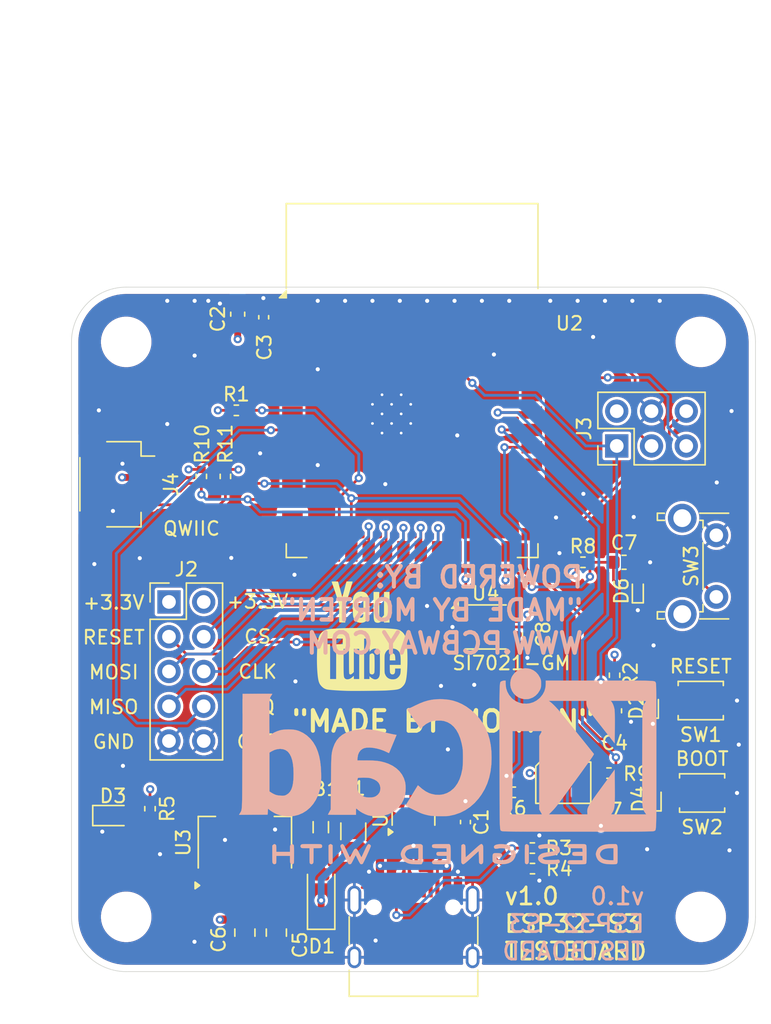
<source format=kicad_pcb>
(kicad_pcb (version 20241229) (generator "pcbnew") (generator_version "9.0")
  (layers (0 "F.Cu" signal) (4 "In1.Cu" signal) (6 "In2.Cu" signal) (2 "B.Cu" signal) (13 "F.Paste" user) (15 "B.Paste" user) (5 "F.SilkS" user "F.Silkscreen") (7 "B.SilkS" user "B.Silkscreen") (1 "F.Mask" user) (3 "B.Mask" user) (25 "Edge.Cuts" user))
  (net 0 "")
  (net 1 "+5V")
  (net 2 "GND")
  (net 3 "+3V3")
  (net 4 "/ESP_EN")
  (net 5 "/USER_SW")
  (net 6 "Net-(D1-A)")
  (net 7 "Net-(D3-A)")
  (net 8 "/ESP_IO0")
  (net 9 "Net-(D5-BK)")
  (net 10 "Net-(D5-GK)")
  (net 11 "Net-(D5-RK)")
  (net 12 "Net-(F1-Pad2)")
  (net 13 "Net-(F1-Pad1)")
  (net 14 "/D+")
  (net 15 "/D-")
  (net 16 "/CC2")
  (net 17 "/CC1")
  (net 20 "/RESET")
  (net 21 "/MISO")
  (net 22 "/CS")
  (net 23 "/IRQ")
  (net 24 "/MOSI")
  (net 25 "/CLK")
  (net 26 "/ESP_TXD")
  (net 27 "/ESP_RXD")
  (net 28 "/SDA")
  (net 29 "/SCL")
  (net 30 "Net-(U2-GPIO3)")
  (net 31 "/R_LED")
  (net 32 "/G_LED")
  (net 33 "/B_LED")
  (net 34 "/USB_D+")
  (net 35 "/USB_D-")
  (footprint "Button_Switch_SMD:SW_SPST_B3U-1000P" (layer "F.Cu") (at 159 117.2 180)
    (property "Reference" "SW1")
    (property "Value" "RESET")
  )
  (footprint "Package_TO_SOT_SMD:SOT-223-3_TabPin2" (layer "F.Cu") (at 125.675 127.575 90)
    (property "Reference" "U3")
    (property "Value" "LM1117-3.3")
  )
  (footprint "Capacitor_SMD:C_0805_2012Metric" (layer "F.Cu") (at 127.975 134.15 -90)
    (property "Reference" "C5")
    (property "Value" "22u")
  )
  (footprint "Capacitor_SMD:C_0805_2012Metric" (layer "F.Cu") (at 125.675 134.15 -90)
    (property "Reference" "C6")
    (property "Value" "22u")
  )
  (footprint "Capacitor_SMD:C_0603_1608Metric" (layer "F.Cu") (at 153.395 107.1)
    (property "Reference" "C7")
    (property "Value" "1u")
  )
  (footprint "Morten_Library:SW_Tactile_SPST_Angled_PTS645Vx31-2LFS" (layer "F.Cu") (at 160.1375 105.125 -90)
    (property "Reference" "SW3")
    (property "Value" "USER_SW")
  )
  (footprint "Connector_JST:JST_SH_SM04B-SRSS-TB_1x04-1MP_P1.00mm_Horizontal" (layer "F.Cu") (at 116.3 101.4 -90)
    (property "Reference" "J4")
    (property "Value" "Conn_01x04")
  )
  (footprint "Button_Switch_SMD:SW_SPST_B3U-1000P" (layer "F.Cu") (at 159.1 123.95 180)
    (property "Reference" "SW2")
    (property "Value" "BOOT")
  )
  (footprint "Capacitor_SMD:C_0603_1608Metric" (layer "F.Cu") (at 125.15 88.975 90)
    (property "Reference" "C2")
    (property "Value" "10u")
  )
  (footprint "morten_90_footprints:logo_youtube" (layer "F.Cu") (at 134.25 112.5)
    (property "Reference" "G***" (hide yes))
    (property "Value" "LOGO" (hide yes))
  )
  (footprint "MountingHole:MountingHole_3.2mm_M3" (layer "F.Cu") (at 117 91)
    (property "Reference" "H1" (hide yes))
    (property "Value" "MountingHole")
  )
  (footprint "Diode_SMD:D_SOD-123" (layer "F.Cu") (at 131.25 131.55 90)
    (property "Reference" "D1")
    (property "Value" "1N5817")
  )
  (footprint "LED_SMD:LED_Cree-PLCC4_3.2x2.8mm_CCW" (layer "F.Cu") (at 148.95 123.2)
    (property "Reference" "D5")
    (property "Value" "CLV1L-FKB")
  )
  (footprint "Resistor_SMD:R_0402_1005Metric" (layer "F.Cu") (at 152.3 123.9)
    (property "Reference" "R7")
    (property "Value" "1K")
  )
  (footprint "Diode_SMD:D_SOD-923" (layer "F.Cu") (at 155.5 117.6275 90)
    (property "Reference" "D2")
    (property "Value" "ESD3.3")
  )
  (footprint "Connector_PinHeader_2.54mm:PinHeader_2x05_P2.54mm_Vertical" (layer "F.Cu") (at 120.125 109.995)
    (property "Reference" "J2")
    (property "Value" "Pin_2x5")
  )
  (footprint "Resistor_SMD:R_0402_1005Metric" (layer "F.Cu") (at 122.49 100.825 -90)
    (property "Reference" "R10")
    (property "Value" "2K2")
  )
  (footprint "LED_SMD:LED_0603_1608Metric" (layer "F.Cu") (at 116.0375 125.6)
    (property "Reference" "D3")
    (property "Value" "GREEN")
  )
  (footprint "Resistor_SMD:R_0402_1005Metric" (layer "F.Cu") (at 124.25 100.825 -90)
    (property "Reference" "R11")
    (property "Value" "2K2")
  )
  (footprint "Resistor_SMD:R_0402_1005Metric" (layer "F.Cu") (at 145.3 123.9 180)
    (property "Reference" "R6")
    (property "Value" "1K")
  )
  (footprint "Package_TO_SOT_SMD:SOT-23-6" (layer "F.Cu") (at 138 125.5 90)
    (property "Reference" "U1")
    (property "Value" "USBLC6-2SC6")
  )
  (footprint "Resistor_SMD:R_0402_1005Metric" (layer "F.Cu") (at 118.7375 125.1 -90)
    (property "Reference" "R5")
    (property "Value" "1K")
  )
  (footprint "Resistor_SMD:R_0402_1005Metric" (layer "F.Cu") (at 152.7 115.35 -90)
    (property "Reference" "R2")
    (property "Value" "10K")
  )
  (footprint "Morten_Library:USB_C_Receptacle_HRO_TYPE-C-31-M-12" (layer "F.Cu") (at 138 134.9)
    (property "Reference" "J1" (hide yes))
    (property "Value" "USB_C_Receptacle_USB2.0")
  )
  (footprint "Resistor_SMD:R_0402_1005Metric" (layer "F.Cu") (at 150.39 107.1)
    (property "Reference" "R8")
    (property "Value" "10K")
  )
  (footprint "Package_DFN_QFN:DFN-6-1EP_3x3mm_P1mm_EP1.5x2.4mm" (layer "F.Cu") (at 143.275 111.825)
    (property "Reference" "U4")
    (property "Value" "Si7021-A20")
  )
  (footprint "Resistor_SMD:R_0402_1005Metric" (layer "F.Cu") (at 125.05 96)
    (property "Reference" "R1")
    (property "Value" "10K")
  )
  (footprint "Capacitor_SMD:C_0603_1608Metric" (layer "F.Cu") (at 152.7 117.95 -90)
    (property "Reference" "C4")
    (property "Value" "1u")
  )
  (footprint "Resistor_SMD:R_0402_1005Metric" (layer "F.Cu") (at 146.69 127.975)
    (property "Reference" "R3")
    (property "Value" "5.1K")
  )
  (footprint "Diode_SMD:D_SOD-923" (layer "F.Cu") (at 154.4 109.2 90)
    (property "Reference" "D6")
    (property "Value" "ESD3.3")
  )
  (footprint "Connector_PinHeader_2.54mm:PinHeader_2x03_P2.54mm_Vertical" (layer "F.Cu") (at 152.86 98.6 90)
    (property "Reference" "J3")
    (property "Value" "Conn_02x03_Odd_Even")
  )
  (footprint "Diode_SMD:D_SOD-923" (layer "F.Cu") (at 155.7 124.4 90)
    (property "Reference" "D4")
    (property "Value" "ESD3.3")
  )
  (footprint "MountingHole:MountingHole_3.2mm_M3" (layer "F.Cu") (at 159 91)
    (property "Reference" "H2" (hide yes))
    (property "Value" "MountingHole")
  )
  (footprint "Resistor_SMD:R_0402_1005Metric" (layer "F.Cu") (at 146.7 129.475)
    (property "Reference" "R4")
    (property "Value" "5.1K")
  )
  (footprint "Capacitor_SMD:C_0402_1005Metric_Pad0.74x0.62mm_HandSolder" (layer "F.Cu") (at 146.325 112.375 -90)
    (property "Reference" "C8")
    (property "Value" "100n")
  )
  (footprint "Resistor_SMD:R_0402_1005Metric" (layer "F.Cu") (at 152.29 122.5)
    (property "Reference" "R9")
    (property "Value" "1K")
  )
  (footprint "Capacitor_SMD:C_0402_1005Metric_Pad0.74x0.62mm_HandSolder" (layer "F.Cu") (at 141.8 126.075 -90)
    (property "Reference" "C1")
    (property "Value" "100n")
  )
  (footprint "Fuse:Fuse_1206_3216Metric" (layer "F.Cu") (at 133.6 126.75 90)
    (property "Reference" "F1")
    (property "Value" "Polyfuse 1A")
  )
  (footprint "MountingHole:MountingHole_3.2mm_M3" (layer "F.Cu") (at 117 133)
    (property "Reference" "H3" (hide yes))
    (property "Value" "MountingHole")
  )
  (footprint "Capacitor_SMD:C_0402_1005Metric_Pad0.74x0.62mm_HandSolder" (layer "F.Cu") (at 127.05 89.2 90)
    (property "Reference" "C3")
    (property "Value" "100n")
  )
  (footprint "Morten_Library:ESP32-S3-WROOM-1" (layer "F.Cu") (at 137.9 93.8)
    (property "Reference" "U2")
    (property "Value" "ESP32-S3-WROOM-1-N16")
  )
  (footprint "Inductor_SMD:L_0805_2012Metric" (layer "F.Cu") (at 131.225 126.45 -90)
    (property "Reference" "FB1")
    (property "Value" "BLM21PG220")
  )
  (footprint "MountingHole:MountingHole_3.2mm_M3" (layer "F.Cu") (at 159 133)
    (property "Reference" "H4" (hide yes))
    (property "Value" "MountingHole")
  )
  (footprint "Symbol:KiCad-Logo2_12mm_SilkScreen" (layer "B.Cu") (at 140.514893 120.767106 180)
    (property "Reference" "REF**" (hide yes))
    (property "Value" "KiCad-Logo2_12mm_SilkScreen" (hide yes))
  )
  (gr_arc (start 117 137) (mid 114.171573 135.828427) (end 113 133) (stroke (width 0.05)) (layer "Edge.Cuts"))
  (gr_line (start 113 133) (end 113 91) (stroke (width 0.05)) (layer "Edge.Cuts"))
  (gr_arc (start 113 91) (mid 114.171573 88.171573) (end 117 87) (stroke (width 0.05)) (layer "Edge.Cuts"))
  (gr_arc (start 159 87) (mid 161.828427 88.171573) (end 163 91) (stroke (width 0.05)) (layer "Edge.Cuts"))
  (gr_line (start 159 137) (end 117 137) (stroke (width 0.05)) (layer "Edge.Cuts"))
  (gr_line (start 117 87) (end 159 87) (stroke (width 0.05)) (layer "Edge.Cuts"))
  (gr_arc (start 163 133) (mid 161.828427 135.828427) (end 159 137) (stroke (width 0.05)) (layer "Edge.Cuts"))
  (gr_line (start 163 91) (end 163 133) (stroke (width 0.05)) (layer "Edge.Cuts"))
  (gr_text "SI7021-GM" (at 140.75 115.05 0) (layer "F.SilkS") (effects (font (size 1 1)) (justify left bottom)))
  (gr_text "GND" (at 124.980953 120.8 0) (layer "F.SilkS") (effects (font (size 1 1)) (justify left bottom)))
  (gr_text "v1.0\nESP32-S3\nTESTBOARD" (at 144.55 136.25 0) (layer "F.SilkS") (effects (font (size 1.25 1.25) (thickness 0.2) (bold yes)) (justify left bottom)))
  (gr_text "CLK" (at 125.1 115.675 0) (layer "F.SilkS") (effects (font (size 1 1)) (justify left bottom)))
  (gr_text "RESET" (at 113.725 113.16875 0) (layer "F.SilkS") (effects (font (size 1 1)) (justify left bottom)))
  (gr_text "MISO\n" (at 114.177382 118.25625 0) (layer "F.SilkS") (effects (font (size 1 1)) (justify left bottom)))
  (gr_text "IRQ" (at 125.242858 118.2375 0) (layer "F.SilkS") (effects (font (size 1 1)) (justify left bottom)))
  (gr_text "QWIIC" (at 119.6 105.225 0) (layer "F.SilkS") (effects (font (size 1 1)) (justify left bottom)))
  (gr_text "+3.3V" (at 124.266667 110.55 0) (layer "F.SilkS") (effects (font (size 1 1)) (justify left bottom)))
  (gr_text "GND" (at 114.463096 120.8 0) (layer "F.SilkS") (effects (font (size 1 1)) (justify left bottom)))
  (gr_text "{dblquote}MADE BY MORTEN{dblquote}" (at 128.95 119.6 0) (layer "F.SilkS") (effects (font (size 1.5 1.5) (thickness 0.3) (bold yes)) (justify left bottom)))
  (gr_text "CS" (at 125.528572 113.1125 0) (layer "F.SilkS") (effects (font (size 1 1)) (justify left bottom)))
  (gr_text "+3.3V" (at 113.74881 110.625 0) (layer "F.SilkS") (effects (font (size 1 1)) (justify left bottom)))
  (gr_text "MOSI" (at 114.177382 115.7125 0) (layer "F.SilkS") (effects (font (size 1 1)) (justify left bottom)))
  (gr_text "v1.0\nESP32-S3\nTESTBOARD" (at 155 136.25 -0) (layer "B.SilkS") (effects (font (size 1.25 1.25) (thickness 0.2) (bold yes)) (justify left bottom mirror)))
  (gr_text "POWERED BY:\n{dblquote}MADE BY MORTEN{dblquote}\nWWW.PCBWAY.COM" (at 150.55 113.9 0) (layer "B.SilkS") (effects (font (size 1.5 1.5) (thickness 0.3) (bold yes)) (justify left bottom mirror)))
  (segment (start 131.25 133.2) (end 131.25 131.8) (width 0.5) (layer "F.Cu") (net 1))
  (segment (start 131.3 133.25) (end 131.25 133.2) (width 0.2) (layer "F.Cu") (net 1))
  (segment (start 141.8 125.5075) (end 141.8 124.55) (width 0.5) (layer "F.Cu") (net 1))
  (segment (start 138 125.15) (end 138.3575 125.5075) (width 0.2) (layer "F.Cu") (net 1))
  (segment (start 127.975 133.2) (end 127.975 130.725) (width 0.6) (layer "F.Cu") (net 1))
  (segment (start 138.3575 125.5075) (end 141.8 125.5075) (width 0.2) (layer "F.Cu") (net 1))
  (segment (start 138 124.3625) (end 138 125.15) (width 0.2) (layer "F.Cu") (net 1))
  (segment (start 127.975 133.2) (end 131.25 133.2) (width 0.6) (layer "F.Cu") (net 1))
  (via (at 141.8 124.55) (size 0.6) (drill 0.3) (layers "F.Cu" "B.Cu") (net 1))
  (via (at 131.25 131.8) (size 0.6) (drill 0.3) (layers "F.Cu" "B.Cu") (net 1))
  (segment (start 136.95 124.55) (end 131.25 130.25) (width 0.5) (layer "B.Cu") (net 1))
  (segment (start 141.8 124.55) (end 136.95 124.55) (width 0.5) (layer "B.Cu") (net 1))
  (segment (start 131.25 130.25) (end 131.25 131.8) (width 0.5) (layer "B.Cu") (net 1))
  (segment (start 115.25 125.6) (end 115.25 126.775) (width 0.2) (layer "F.Cu") (net 2))
  (segment (start 152.7 118.725) (end 153.875 118.725) (width 0.2) (layer "F.Cu") (net 2))
  (segment (start 134.75 130.855) (end 134.75 129.7) (width 0.2) (layer "F.Cu") (net 2))
  (segment (start 155.5 118.0475) (end 155.5 118.9) (width 0.2) (layer "F.Cu") (net 2))
  (segment (start 118.3 99.9) (end 116.725 99.9) (width 0.2) (layer "F.Cu") (net 2))
  (segment (start 127.05 88.6325) (end 127.05 87.725) (width 0.2) (layer "F.Cu") (net 2))
  (segment (start 154.4 109.62) (end 154.4 110.6) (width 0.2) (layer "F.Cu") (net 2))
  (segment (start 138 126.6375) (end 138 127.8) (width 0.2) (layer "F.Cu") (net 2))
  (segment (start 147.2 127.975) (end 147.2 127.05) (width 0.2) (layer "F.Cu") (net 2))
  (segment (start 153.875 118.725) (end 153.9 118.75) (width 0.2) (layer "F.Cu") (net 2))
  (segment (start 127.025 87.7) (end 127.025 87.8) (width 0.2) (layer "F.Cu") (net 2))
  (segment (start 154.17 107.1) (end 155.3 107.1) (width 0.2) (layer "F.Cu") (net 2))
  (segment (start 147.21 130.34) (end 147.2 130.35) (width 0.2) (layer "F.Cu") (net 2))
  (segment (start 160.8 123.95) (end 161.65 123.95) (width 0.2) (layer "F.Cu") (net 2))
  (segment (start 141.825 111.825) (end 140.85 111.825) (width 0.2) (layer "F.Cu") (net 2))
  (segment (start 160.7 117.2) (end 161.65 117.2) (width 0.2) (layer "F.Cu") (net 2))
  (segment (start 125.15 88.2) (end 123.85 88.2) (width 0.2) (layer "F.Cu") (net 2))
  (segment (start 141.25 130.855) (end 141.25 129.7) (width 0.2) (layer "F.Cu") (net 2))
  (segment (start 146.325 112.9425) (end 146.325 114.075) (width 0.2) (layer "F.Cu") (net 2))
  (segment (start 147.21 129.475) (end 147.21 130.34) (width 0.2) (layer "F.Cu") (net 2))
  (segment (start 127.05 87.725) (end 127.025 87.7) (width 0.2) (layer "F.Cu") (net 2))
  (via (at 154.1 103.79) (size 0.6) (drill 0.3) (layers "F.Cu" "B.Cu") (net 2))
  (via (at 161.25 96.05) (size 0.6) (drill 0.3) (layers "F.Cu" "B.Cu") (net 2))
  (via (at 155.55 113.17) (size 0.6) (drill 0.3) (layers "F.Cu" "B.Cu") (net 2))
  (via (at 148.67 106.43) (size 0.6) (drill 0.3) (layers "F.Cu" "B.Cu") (net 2))
  (via (at 127.025 87.8) (size 0.6) (drill 0.3) (layers "F.Cu" "B.Cu") (net 2))
  (via (at 116.03 103.35) (size 0.6) (drill 0.3) (layers "F.Cu" "B.Cu") (net 2))
  (via (at 143 88) (size 0.6) (drill 0.3) (layers "F.Cu" "B.Cu") (net 2))
  (via (at 161.78 120.42) (size 0.6) (drill 0.3) (layers "F.Cu" "B.Cu") (net 2))
  (via (at 123.85 88.2) (size 0.6) (drill 0.3) (layers "F.Cu" "B.Cu") (net 2))
  (via (at 127.88 126.62) (size 0.6) (drill 0.3) (layers "F.Cu" "B.Cu") (net 2))
  (via (at 139 88) (size 0.6) (drill 0.3) (layers "F.Cu" "B.Cu") (net 2))
  (via (at 135 88) (size 0.6) (drill 0.3) (layers "F.Cu" "B.Cu") (net 2))
  (via (at 131 93) (size 0.6) (drill 0.3) (layers "F.Cu" "B.Cu") (net 2))
  (via (at 161.65 117.2) (size 0.6) (drill 0.3) (layers "F.Cu" "B.Cu") (net 2))
  (via (at 126.79 99.14) (size 0.6) (drill 0.3) (layers "F.Cu" "B.Cu") (net 2))
  (via (at 154.4 110.6) (size 0.6) (drill 0.3) (layers "F.Cu" "B.Cu") (net 2))
  (via (at 154 88) (size 0.6) (drill 0.3) (layers "F.Cu" "B.Cu") (net 2))
  (via (at 147.2 127.05) (size 0.6) (drill 0.3) (layers "F.Cu" "B.Cu") (net 2))
  (via (at 115.25 126.775) (size 0.6) (drill 0.3) (layers "F.Cu" "B.Cu") (net 2))
  (via (at 138 127.8) (size 0.6) (drill 0.3) (layers "F.Cu" "B.Cu") (net 2))
  (via (at 120 88) (size 0.6) (drill 0.3) (layers "F.Cu" "B.Cu") (net 2))
  (via (at 138.99 110.29) (size 0.6) (drill 0.3) (layers "F.Cu" "B.Cu") (net 2))
  (via (at 115 96) (size 0.6) (drill 0.3) (layers "F.Cu" "B.Cu") (net 2))
  (via (at 131 88) (size 0.6) (drill 0.3) (layers "F.Cu" "B.Cu") (net 2))
  (via (at 124.22 127.38) (size 0.6) (drill 0.3) (layers "F.Cu" "B.Cu") (net 2))
  (via (at 150.42 102.1) (size 0.6) (drill 0.3) (layers "F.Cu" "B.Cu") (net 2))
  (via (at 129.3 108.01) (size 0.6) (drill 0.3) (layers "F.Cu" "B.Cu") (net 2))
  (via (at 137 88) (size 0.6) (drill 0.3) (layers "F.Cu" "B.Cu") (net 2))
  (via (at 161.65 123.95) (size 0.6) (drill 0.3) (layers "F.Cu" "B.Cu") (net 2))
  (via (at 155.5 118.9) (size 0.6) (drill 0.3) (layers "F.Cu" "B.Cu") (net 2))
  (via (at 123 88) (size 0.6) (drill 0.3) (layers "F.Cu" "B.Cu") (net 2))
  (via (at 116.76 121.97) (size 0.6) (drill 0.3) (layers "F.Cu" "B.Cu") (net 2))
  (via (at 114.67 107.23) (size 0.6) (drill 0.3) (layers "F.Cu" "B.Cu") (net 2))
  (via (at 155.3 107.1) (size 0.6) (drill 0.3) (layers "F.Cu" "B.Cu") (net 2))
  (via (at 151.13 90.64) (size 0.6) (drill 0.3) (layers "F.Cu" "B.Cu") (net 2))
  (via (at 140.85 111.825) (size 0.6) (drill 0.3) (layers "F.Cu" "B.Cu") (net 2))
  (via (at 119.47 128.42) (size 0.6) (drill 0.3) (layers "F.Cu" "B.Cu") (net 2))
  (via (at 131 100) (size 0.6) (drill 0.3) (layers "F.Cu" "B.Cu") (net 2))
  (via (at 143.88 91.92) (size 0.6) (drill 0.3) (layers "F.Cu" "B.Cu") (net 2))
  (via (at 141.2 97.83) (size 0.6) (drill 0.3) (layers "F.Cu" "B.Cu") (net 2))
  (via (at 160.17 101.27) (size 0.6) (drill 0.3) (layers "F.Cu" "B.Cu") (net 2))
  (via (at 141.25 129.7) (size 0.6) (drill 0.3) (layers "F.Cu" "B.Cu") (net 2))
  (via (at 140.514893 120.767106) (size 0.6) (drill 0.3) (layers "F.Cu" "B.Cu") (net 2))
  (via (at 121.99 134.82) (size 0.6) (drill 0.3) (layers "F.Cu" "B.Cu") (net 2))
  (via (at 135.23 134.73) (size 0.6) (drill 0.3) (layers "F.Cu" "B.Cu") (net 2))
  (via (at 124.68 106.78) (size 0.6) (drill 0.3) (layers "F.Cu" "B.Cu") (net 2))
  (via (at 122 92) (size 0.6) (drill 0.3) (layers "F.Cu" "B.Cu") (net 2))
  (via (at 135.94 101.39) (size 0.6) (drill 0.3) (layers "F.Cu" "B.Cu") (net 2))
  (via (at 142.44 116.05) (size 0.6) (drill 0.3) (layers "F.Cu" "B.Cu") (net 2))
  (via (at 116.725 99.9) (size 0.6) (drill 0.3) (layers "F.Cu" "B.Cu") (net 2))
  (via (at 140.01 116.13) (size 0.6) (drill 0.3) (layers "F.Cu" "B.Cu") (net 2))
  (via (at 147.2 130.35) (size 0.6) (drill 0.3) (layers "F.Cu" "B.Cu") (net 2))
  (via (at 161.1 128.14) (size 0.6) (drill 0.3) (layers "F.Cu" "B.Cu") (net 2))
  (via (at 148 88) (size 0.6) (drill 0.3) (layers "F.Cu" "B.Cu") (net 2))
  (via (at 155.08 128.06) (size 0.6) (drill 0.3) (layers "F.Cu" "B.Cu") (net 2))
  (via (at 145 88) (size 0.6) (drill 0.3) (layers "F.Cu" "B.Cu") (net 2))
  (via (at 134.75 129.7) (size 0.6) (drill 0.3) (layers "F.Cu" "B.Cu") (net 2))
  (via (at 122 88) (size 0.6) (drill 0.3) (layers "F.Cu" "B.Cu") (net 2))
  (via (at 120 97) (size 0.6) (drill 0.3) (layers "F.Cu" "B.Cu") (net 2))
  (via (at 146.325 114.075) (size 0.6) (drill 0.3) (layers "F.Cu" "B.Cu") (net 2))
  (via (at 141 88) (size 0.6) (drill 0.3) (layers "F.Cu" "B.Cu") (net 2))
  (via (at 129.37 115.8) (size 0.6) (drill 0.3) (layers "F.Cu" "B.Cu") (net 2))
  (via (at 156 88) (size 0.6) (drill 0.3) (layers "F.Cu" "B.Cu") (net 2))
  (via (at 117.99 106.8) (size 0.6) (drill 0.3) (layers "F.Cu" "B.Cu") (net 2))
  (via (at 153.9 118.75) (size 0.6) (drill 0.3) (layers "F.Cu" "B.Cu") (net 2))
  (via (at 152 88) (size 0.6) (drill 0.3) (layers "F.Cu" "B.Cu") (net 2))
  (via (at 133 88) (size 0.6) (drill 0.3) (layers "F.Cu" "B.Cu") (net 2))
  (via (at 150 88) (size 0.6) (drill 0.3) (layers "F.Cu" "B.Cu") (net 2))
  (via (at 148.42 103.83) (size 0.6) (drill 0.3) (layers "F.Cu" "B.Cu") (net 2))
  (segment (start 121.55 100.325) (end 121.56 100.315) (width 0.2) (layer "F.Cu") (net 3))
  (segment (start 149.88 108.02) (end 149.85 108.05) (width 0.2) (layer "F.Cu") (net 3))
  (segment (start 125.15 89.75) (end 125.15 90.8) (width 0.5) (layer "F.Cu") (net 3))
  (segment (start 146.325 111.8075) (end 146.325 110.925) (width 0.2) (layer "F.Cu") (net 3))
  (segment (start 144.725 111.825) (end 146.3075 111.825) (width 0.2) (layer "F.Cu") (net 3))
  (segment (start 127.05 89.7675) (end 125.1675 89.7675) (width 0.5) (layer "F.Cu") (net 3))
  (segment (start 124.25 100.315) (end 125.19 100.315) (width 0.2) (layer "F.Cu") (net 3))
  (segment (start 122.49 100.315) (end 121.56 100.315) (width 0.2) (layer "F.Cu") (net 3))
  (segment (start 149.88 107.1) (end 149.88 108.02) (width 0.2) (layer "F.Cu") (net 3))
  (segment (start 125.19 100.315) (end 125.2 100.325) (width 0.2) (layer "F.Cu") (net 3))
  (segment (start 118.3 100.9) (end 116.7 100.9) (width 0.5) (layer "F.Cu") (net 3))
  (segment (start 118.7375 123.6875) (end 118.75 123.675) (width 0.2) (layer "F.Cu") (net 3))
  (segment (start 125.675 130.725) (end 125.675 124.425) (width 0.6) (layer "F.Cu") (net 3))
  (segment (start 129.1075 89.7675) (end 129.15 89.81) (width 0.2) (layer "F.Cu") (net 3))
  (segment (start 118.7375 124.59) (end 118.7375 123.6875) (width 0.2) (layer "F.Cu") (net 3))
  (segment (start 147.7 122.5) (end 146.5 122.5) (width 0.2) (layer "F.Cu") (net 3))
  (segment (start 124.54 96) (end 123.7 96) (width 0.2) (layer "F.Cu") (net 3))
  (segment (start 125.675 133.2) (end 123.85 133.2) (width 0.6) (layer "F.Cu") (net 3))
  (segment (start 125.1675 89.7675) (end 125.15 89.75) (width 0.2) (layer "F.Cu") (net 3))
  (segment (start 146.3075 111.825) (end 146.325 111.8075) (width 0.2) (layer "F.Cu") (net 3))
  (segment (start 127.05 89.7675) (end 129.1075 89.7675) (width 0.5) (layer "F.Cu") (net 3))
  (segment (start 152.7 114.84) (end 152.7 113.85) (width 0.2) (layer "F.Cu") (net 3))
  (segment (start 125.675 133.2) (end 125.675 130.725) (width 0.6) (layer "F.Cu") (net 3))
  (via (at 123.85 133.2) (size 0.6) (drill 0.3) (layers "F.Cu" "B.Cu") (net 3))
  (via (at 116.7 100.9) (size 0.6) (drill 0.3) (layers "F.Cu" "B.Cu") (net 3))
  (via (at 125.15 90.8) (size 0.6) (drill 0.3) (layers "F.Cu" "B.Cu") (net 3))
  (via (at 149.85 108.05) (size 0.6) (drill 0.3) (layers "F.Cu" "B.Cu") (net 3))
  (via (at 146.325 110.925) (size 0.6) (drill 0.3) (layers "F.Cu" "B.Cu") (net 3))
  (via (at 121.56 100.315) (size 0.6) (drill 0.3) (layers "F.Cu" "B.Cu") (net 3))
  (via (at 146.5 122.5) (size 0.6) (drill 0.3) (layers "F.Cu" "B.Cu") (net 3))
  (via (at 125.2 100.325) (size 0.6) (drill 0.3) (layers "F.Cu" "B.Cu") (net 3))
  (via (at 118.75 123.675) (size 0.6) (drill 0.3) (layers "F.Cu" "B.Cu") (net 3))
  (via (at 152.7 113.85) (size 0.6) (drill 0.3) (layers "F.Cu" "B.Cu") (net 3))
  (via (at 123.7 96) (size 0.6) (drill 0.3) (layers "F.Cu" "B.Cu") (net 3))
  (segment (start 152.7 115.86) (end 151.71 115.86) (width 0.2) (layer "F.Cu") (net 4))
  (segment (start 152.71 117.26) (end 152.7 117.25) (width 0.2) (layer "F.Cu") (net 4))
  (segment (start 155.5 117.2) (end 152.71 117.2) (width 0.2) (layer "F.Cu") (net 4))
  (segment (start 129.15 91.08) (end 139.38 91.08) (width 0.2) (layer "F.Cu") (net 4))
  (segment (start 151.71 115.86) (end 151.7 115.85) (width 0.2) (layer "F.Cu") (net 4))
  (segment (start 155.56 117.2) (end 155.5 117.26) (width 0.2) (layer "F.Cu") (net 4))
  (segment (start 157.3 117.2) (end 155.56 117.2) (width 0.2) (layer "F.Cu") (net 4))
  (segment (start 139.38 91.08) (end 142.3 94) (width 0.2) (layer "F.Cu") (net 4))
  (segment (start 152.7 115.86) (end 152.7 117.175) (width 0.2) (layer "F.Cu") (net 4))
  (via (at 151.7 115.85) (size 0.6) (drill 0.3) (layers "F.Cu" "B.Cu") (net 4))
  (via (at 142.3 94) (size 0.6) (drill 0.3) (layers "F.Cu" "B.Cu") (net 4))
  (segment (start 142.3 94) (end 143.2 94.9) (width 0.2) (layer "B.Cu") (net 4))
  (segment (start 152.86 98.6) (end 152.86 112.59) (width 0.2) (layer "B.Cu") (net 4))
  (segment (start 146.9 94.9) (end 150.6 98.6) (width 0.2) (layer "B.Cu") (net 4))
  (segment (start 151.7 113.75) (end 151.7 115.85) (width 0.2) (layer "B.Cu") (net 4))
  (segment (start 143.2 94.9) (end 146.9 94.9) (width 0.2) (layer "B.Cu") (net 4))
  (segment (start 152.86 112.59) (end 151.7 113.75) (width 0.2) (layer "B.Cu") (net 4))
  (segment (start 150.6 98.6) (end 152.86 98.6) (width 0.2) (layer "B.Cu") (net 4))
  (segment (start 159.262501 108.750001) (end 160.1375 109.625) (width 0.2) (layer "F.Cu") (net 5))
  (segment (start 143.615 106.3) (end 143.615 107.365) (width 0.2) (layer "F.Cu") (net 5))
  (segment (start 145.4 107.65) (end 146.65 108.9) (width 0.2) (layer "F.Cu") (net 5))
  (segment (start 154.4 108.78) (end 152.98 108.78) (width 0.2) (layer "F.Cu") (net 5))
  (segment (start 152.98 108.78) (end 152.62 108.42) (width 0.2) (layer "F.Cu") (net 5))
  (segment (start 150.9 107.1) (end 150.9 108.15) (width 0.2) (layer "F.Cu") (net 5))
  (segment (start 143.615 107.365) (end 143.9 107.65) (width 0.2) (layer "F.Cu") (net 5))
  (segment (start 154.4 108.78) (end 158.07 108.78) (width 0.2) (layer "F.Cu") (net 5))
  (segment (start 158.1 108.75) (end 159.262501 108.750001) (width 0.2) (layer "F.Cu") (net 5))
  (segment (start 143.9 107.65) (end 145.4 107.65) (width 0.2) (layer "F.Cu") (net 5))
  (segment (start 158.07 108.78) (end 158.1 108.75) (width 0.2) (layer "F.Cu") (net 5))
  (segment (start 152.62 108.42) (end 152.62 107.1) (width 0.2) (layer "F.Cu") (net 5))
  (segment (start 152.62 107.1) (end 150.9 107.1) (width 0.2) (layer "F.Cu") (net 5))
  (via (at 150.9 108.15) (size 0.6) (drill 0.3) (layers "F.Cu" "B.Cu") (net 5))
  (via (at 146.65 108.9) (size 0.6) (drill 0.3) (layers "F.Cu" "B.Cu") (net 5))
  (segment (start 150.9 108.25) (end 150.9 108.15) (width 0.2) (layer "B.Cu") (net 5))
  (segment (start 146.65 108.9) (end 150.25 108.9) (width 0.2) (layer "B.Cu") (net 5))
  (segment (start 150.25 108.9) (end 150.9 108.25) (width 0.2) (layer "B.Cu") (net 5))
  (segment (start 131.225 130.025) (end 131.25 130.05) (width 0.2) (layer "F.Cu") (net 6))
  (segment (start 131.225 127.5125) (end 131.225 130.025) (width 0.6) (layer "F.Cu") (net 6))
  (segment (start 118.7375 125.61) (end 116.835 125.61) (width 0.2) (layer "F.Cu") (net 7))
  (segment (start 116.835 125.61) (end 116.825 125.6) (width 0.2) (layer "F.Cu") (net 7))
  (segment (start 157.37 123.98) (end 157.4 123.95) (width 0.2) (layer "F.Cu") (net 8))
  (segment (start 155.7 123.98) (end 155.7 120.9) (width 0.2) (layer "F.Cu") (net 8))
  (segment (start 146.65 107.4) (end 146.65 105.05) (width 0.2) (layer "F.Cu") (net 8))
  (segment (start 153.3 101.1) (end 155.8 101.1) (width 0.2) (layer "F.Cu") (net 8))
  (segment (start 146.65 105.05) (end 149.35 105.05) (width 0.2) (layer "F.Cu") (net 8))
  (segment (start 154.8 120) (end 151.65 120) (width 0.2) (layer "F.Cu") (net 8))
  (segment (start 149.35 105.05) (end 153.3 101.1) (width 0.2) (layer "F.Cu") (net 8))
  (segment (start 150.15 118.5) (end 150.15 110.9) (width 0.2) (layer "F.Cu") (net 8))
  (segment (start 156.7 97.3) (end 157.94 96.06) (width 0.2) (layer "F.Cu") (net 8))
  (segment (start 150.15 110.9) (end 146.65 107.4) (width 0.2) (layer "F.Cu") (net 8))
  (segment (start 155.7 123.98) (end 157.37 123.98) (width 0.2) (layer "F.Cu") (net 8))
  (segment (start 156.7 100.2) (end 156.7 97.3) (width 0.2) (layer "F.Cu") (net 8))
  (segment (start 155.8 101.1) (end 156.7 100.2) (width 0.2) (layer "F.Cu") (net 8))
  (segment (start 155.7 120.9) (end 154.8 120) (width 0.2) (layer "F.Cu") (net 8))
  (segment (start 151.65 120) (end 150.15 118.5) (width 0.2) (layer "F.Cu") (net 8))
  (segment (start 151.78 122.5) (end 150.2 122.5) (width 0.2) (layer "F.Cu") (net 9))
  (segment (start 151.79 123.9) (end 150.2 123.9) (width 0.2) (layer "F.Cu") (net 10))
  (segment (start 145.81 123.9) (end 147.7 123.9) (width 0.2) (layer "F.Cu") (net 11))
  (segment (start 131.2625 125.35) (end 131.225 125.3875) (width 0.2) (layer "F.Cu") (net 12))
  (segment (start 133.6 125.35) (end 131.2625 125.35) (width 0.6) (layer "F.Cu") (net 12))
  (segment (start 135 128.15) (end 135.55 128.7) (width 0.6) (layer "F.Cu") (net 13))
  (segment (start 140.45 130.855) (end 140.45 129.3) (width 0.6) (layer "F.Cu") (net 13))
  (segment (start 140.45 129.3) (end 140.425 129.275) (width 0.2) (layer "F.Cu") (net 13))
  (segment (start 133.6 128.15) (end 135 128.15) (width 0.6) (layer "F.Cu") (net 13))
  (segment (start 135.55 128.7) (end 135.55 129.275) (width 0.6) (layer "F.Cu") (net 13))
  (segment (start 135.55 129.275) (end 135.55 130.855) (width 0.6) (layer "F.Cu") (net 13))
  (via (at 140.425 129.275) (size 0.6) (drill 0.3) (layers "F.Cu" "B.Cu") (net 13))
  (via (at 135.55 129.275) (size 0.6) (drill 0.3) (layers "F.Cu" "B.Cu") (net 13))
  (segment (start 135.55 129.275) (end 140.425 129.275) (width 0.6) (layer "B.Cu") (net 13))
  (segment (start 138.195 128.483227) (end 138.195 129.030772) (width 0.24) (layer "F.Cu") (net 14))
  (segment (start 137.695 129.712499) (end 137.695 129.530772) (width 0.24) (layer "F.Cu") (net 14))
  (segment (start 138.95 127.631251) (end 138.621 127.960251) (width 0.24) (layer "F.Cu") (net 14))
  (segment (start 137.695 129.530772) (end 138.195 129.030772) (width 0.24) (layer "F.Cu") (net 14))
  (segment (start 137.75 129.767499) (end 137.695 129.712499) (width 0.24) (layer "F.Cu") (net 14))
  (segment (start 137.75 130.855) (end 137.75 129.767499) (width 0.24) (layer "F.Cu") (net 14))
  (segment (start 138.621 128.057227) (end 138.195 128.483227) (width 0.24) (layer "F.Cu") (net 14))
  (segment (start 138.621 127.960251) (end 138.621 128.057227) (width 0.24) (layer "F.Cu") (net 14))
  (segment (start 138.95 127) (end 138.95 126.6375) (width 0.24) (layer "F.Cu") (net 14))
  (segment (start 138.95 126.6375) (end 138.95 127.631251) (width 0.24) (layer "F.Cu") (net 14))
  (segment (start 137.805 128.869228) (end 137.305 129.369228) (width 0.24) (layer "F.Cu") (net 15))
  (segment (start 137.379 128.057227) (end 137.805 128.483227) (width 0.24) (layer "F.Cu") (net 15))
  (segment (start 137.379 127.960251) (end 137.379 128.057227) (width 0.24) (layer "F.Cu") (net 15))
  (segment (start 137.25 129.767499) (end 137.25 130.855) (width 0.24) (layer "F.Cu") (net 15))
  (segment (start 137.05 126.6375) (end 137.05 127.631251) (width 0.24) (layer "F.Cu") (net 15))
  (segment (start 137.305 129.369228) (end 137.305 129.712499) (width 0.24) (layer "F.Cu") (net 15))
  (segment (start 137.05 127) (end 137.05 126.6375) (width 0.24) (layer "F.Cu") (net 15))
  (segment (start 137.05 127.631251) (end 137.379 127.960251) (width 0.24) (layer "F.Cu") (net 15))
  (segment (start 137.305 129.712499) (end 137.25 129.767499) (width 0.24) (layer "F.Cu") (net 15))
  (segment (start 137.805 128.483227) (end 137.805 128.869228) (width 0.24) (layer "F.Cu") (net 15))
  (segment (start 139.75 129) (end 140.175 128.575) (width 0.2) (layer "F.Cu") (net 16))
  (segment (start 139.75 130.855) (end 139.75 129) (width 0.2) (layer "F.Cu") (net 16))
  (segment (start 144.75 129.475) (end 146.19 129.475) (width 0.2) (layer "F.Cu") (net 16))
  (segment (start 143.85 128.575) (end 144.75 129.475) (width 0.2) (layer "F.Cu") (net 16))
  (segment (start 140.175 128.575) (end 143.85 128.575) (width 0.2) (layer "F.Cu") (net 16))
  (segment (start 136.75 130.855) (end 136.75 132.875) (width 0.2) (layer "F.Cu") (net 17))
  (segment (start 145.225 127.975) (end 145.2 128) (width 0.2) (layer "F.Cu") (net 17))
  (segment (start 146.18 127.975) (end 145.225 127.975) (width 0.2) (layer "F.Cu") (net 17))
  (via (at 145.2 128) (size 0.6) (drill 0.3) (layers "F.Cu" "B.Cu") (net 17))
  (via (at 136.75 132.875) (size 0.6) (drill 0.3) (layers "F.Cu" "B.Cu") (net 17))
  (segment (start 137.7 132.875) (end 140.25 130.325) (width 0.2) (layer "B.Cu") (net 17))
  (segment (start 142.875 130.325) (end 145.2 128) (width 0.2) (layer "B.Cu") (net 17))
  (segment (start 140.25 130.325) (end 142.875 130.325) (width 0.2) (layer "B.Cu") (net 17))
  (segment (start 136.75 132.875) (end 137.7 132.875) (width 0.2) (layer "B.Cu") (net 17))
  (segment (start 129.45 112.925) (end 125.7 112.925) (width 0.2) (layer "F.Cu") (net 20))
  (segment (start 121.39 113.8) (end 120.125 112.535) (width 0.2) (layer "F.Cu") (net 20))
  (segment (start 139.805 106.3) (end 139.805 104.605) (width 0.2) (layer "F.Cu") (net 20))
  (segment (start 139.805 104.605) (end 139.8 104.6) (width 0.2) (layer "F.Cu") (net 20))
  (segment (start 125.7 112.925) (end 124.825 113.8) (width 0.2) (layer "F.Cu") (net 20))
  (segment (start 124.825 113.8) (end 121.39 113.8) (width 0.2) (layer "F.Cu") (net 20))
  (via (at 139.8 104.6) (size 0.6) (drill 0.3) (layers "F.Cu" "B.Cu") (net 20))
  (via (at 129.45 112.925) (size 0.6) (drill 0.3) (layers "F.Cu" "B.Cu") (net 20))
  (segment (start 139.8 105.525) (end 132.4 112.925) (width 0.2) (layer "B.Cu") (net 20))
  (segment (start 132.4 112.925) (end 129.45 112.925) (width 0.2) (layer "B.Cu") (net 20))
  (segment (start 139.8 104.6) (end 139.8 105.525) (width 0.2) (layer "B.Cu") (net 20))
  (segment (start 138.535 104.585) (end 138.525 104.575) (width 0.2) (layer "F.Cu") (net 21))
  (segment (start 138.535 106.3) (end 138.535 104.585) (width 0.2) (layer "F.Cu") (net 21))
  (via (at 138.525 104.575) (size 0.6) (drill 0.3) (layers "F.Cu" "B.Cu") (net 21))
  (segment (start 138.525 105.3) (end 131.825 112) (width 0.2) (layer "B.Cu") (net 21))
  (segment (start 131.825 112) (end 128.8 112) (width 0.2) (layer "B.Cu") (net 21))
  (segment (start 128.775 111.975) (end 124.375 116.375) (width 0.2) (layer "B.Cu") (net 21))
  (segment (start 124.375 116.375) (end 121.365 116.375) (width 0.2) (layer "B.Cu") (net 21))
  (segment (start 138.525 104.575) (end 138.525 105.3) (width 0.2) (layer "B.Cu") (net 21))
  (segment (start 121.365 116.375) (end 120.125 117.615) (width 0.2) (layer "B.Cu") (net 21))
  (segment (start 128.8 112) (end 128.775 111.975) (width 0.2) (layer "B.Cu") (net 21))
  (segment (start 134.725 106.3) (end 134.725 104.475) (width 0.2) (layer "F.Cu") (net 22))
  (via (at 134.725 104.475) (size 0.6) (drill 0.3) (layers "F.Cu" "B.Cu") (net 22))
  (segment (start 134.725 105.2) (end 130.575 109.35) (width 0.2) (layer "B.Cu") (net 22))
  (segment (start 130.575 109.35) (end 125.85 109.35) (width 0.2) (layer "B.Cu") (net 22))
  (segment (start 134.725 104.475) (end 134.725 105.2) (width 0.2) (layer "B.Cu") (net 22))
  (segment (start 125.85 109.35) (end 122.665 112.535) (width 0.2) (layer "B.Cu") (net 22))
  (segment (start 129.15 97.43) (end 127.595 97.43) (width 0.2) (layer "F.Cu") (net 23))
  (segment (start 127.595 97.43) (end 127.575 97.45) (width 0.2) (layer "F.Cu") (net 23))
  (via (at 127.575 97.45) (size 0.6) (drill 0.3) (layers "F.Cu" "B.Cu") (net 23))
  (segment (start 116.275 117.225) (end 116.275 106.449943) (width 0.2) (layer "B.Cu") (net 23))
  (segment (start 121.43 118.85) (end 117.8 118.85) (width 0.2) (layer "B.Cu") (net 23))
  (segment (start 116.225 117.275) (end 116.275 117.225) (width 0.2) (layer "B.Cu") (net 23))
  (segment (start 122.665 117.615) (end 121.43 118.85) (width 0.2) (layer "B.Cu") (net 23))
  (segment (start 117.8 118.85) (end 116.225 117.275) (width 0.2) (layer "B.Cu") (net 23))
  (segment (start 125.274943 97.45) (end 127.575 97.45) (width 0.2) (layer "B.Cu") (net 23))
  (segment (start 116.275 106.449943) (end 125.274943 97.45) (width 0.2) (layer "B.Cu") (net 23))
  (segment (start 135.995 104.545) (end 135.975 104.525) (width 0.2) (layer "F.Cu") (net 24))
  (segment (start 135.995 106.3) (end 135.995 104.545) (width 0.2) (layer "F.Cu") (net 24))
  (via (at 135.975 104.525) (size 0.6) (drill 0.3) (layers "F.Cu" "B.Cu") (net 24))
  (segment (start 131.075 110.15) (end 126.85 110.15) (width 0.2) (layer "B.Cu") (net 24))
  (segment (start 135.975 104.525) (end 135.975 105.25) (width 0.2) (layer "B.Cu") (net 24))
  (segment (start 121.4 113.8) (end 120.125 115.075) (width 0.2) (layer "B.Cu") (net 24))
  (segment (start 126.85 110.15) (end 123.2 113.8) (width 0.2) (layer "B.Cu") (net 24))
  (segment (start 123.2 113.8) (end 121.4 113.8) (width 0.2) (layer "B.Cu") (net 24))
  (segment (start 135.975 105.25) (end 131.075 110.15) (width 0.2) (layer "B.Cu") (net 24))
  (segment (start 137.275 104.575) (end 137.265 104.585) (width 0.2) (layer "F.Cu") (net 25))
  (segment (start 137.265 106.3) (end 137.265 104.585) (width 0.2) (layer "F.Cu") (net 25))
  (via (at 137.265 104.585) (size 0.6) (drill 0.3) (layers "F.Cu" "B.Cu") (net 25))
  (segment (start 137.265 105.41) (end 131.65 111.025) (width 0.2) (layer "B.Cu") (net 25))
  (segment (start 131.65 111.025) (end 128.3 111.025) (width 0.2) (layer "B.Cu") (net 25))
  (segment (start 128.3 111.025) (end 124.25 115.075) (width 0.2) (layer "B.Cu") (net 25))
  (segment (start 124.25 115.075) (end 122.665 115.075) (width 0.2) (layer "B.Cu") (net 25))
  (segment (start 137.265 104.585) (end 137.265 105.41) (width 0.2) (layer "B.Cu") (net 25))
  (segment (start 154.2 97.4) (end 155.4 98.6) (width 0.2) (layer "F.Cu") (net 26))
  (segment (start 154.2 93.6) (end 154.2 97.4) (width 0.2) (layer "F.Cu") (net 26))
  (segment (start 152.95 92.35) (end 154.2 93.6) (width 0.2) (layer "F.Cu") (net 26))
  (segment (start 146.65 92.35) (end 152.95 92.35) (width 0.2) (layer "F.Cu") (net 26))
  (segment (start 146.65 93.62) (end 152.18 93.62) (width 0.2) (layer "F.Cu") (net 27))
  (segment (start 152.18 93.62) (end 152.2 93.6) (width 0.2) (layer "F.Cu") (net 27))
  (via (at 152.2 93.6) (size 0.6) (drill 0.3) (layers "F.Cu" "B.Cu") (net 27))
  (segment (start 155.2 93.6) (end 156.6 95) (width 0.2) (layer "B.Cu") (net 27))
  (segment (start 152.2 93.6) (end 155.2 93.6) (width 0.2) (layer "B.Cu") (net 27))
  (segment (start 156.6 95) (end 156.6 97.26) (width 0.2) (layer "B.Cu") (net 27))
  (segment (start 156.6 97.26) (end 157.94 98.6) (width 0.2) (layer "B.Cu") (net 27))
  (segment (start 118.3 101.9) (end 120.95 101.9) (width 0.2) (layer "F.Cu") (net 28))
  (segment (start 129.15 102.51) (end 125.885 102.51) (width 0.2) (layer "F.Cu") (net 28))
  (segment (start 120.95 101.9) (end 121.515 101.335) (width 0.2) (layer "F.Cu") (net 28))
  (segment (start 122.49 101.335) (end 122.49 102.14) (width 0.2) (layer "F.Cu") (net 28))
  (segment (start 141.825 110.825) (end 141.825 108.35) (width 0.2) (layer "F.Cu") (net 28))
  (segment (start 121.515 101.335) (end 122.49 101.335) (width 0.2) (layer "F.Cu") (net 28))
  (segment (start 141.825 108.35) (end 141.8 108.325) (width 0.2) (layer "F.Cu") (net 28))
  (segment (start 125.885 102.51) (end 125.875 102.5) (width 0.2) (layer "F.Cu") (net 28))
  (segment (start 122.49 102.14) (end 122.5 102.15) (width 0.2) (layer "F.Cu") (net 28))
  (via (at 122.5 102.15) (size 0.6) (drill 0.3) (layers "F.Cu" "B.Cu") (net 28))
  (via (at 125.875 102.5) (size 0.6) (drill 0.3) (layers "F.Cu" "B.Cu") (net 28))
  (via (at 141.8 108.325) (size 0.6) (drill 0.3) (layers "F.Cu" "B.Cu") (net 28))
  (segment (start 122.85 102.5) (end 122.5 102.15) (width 0.2) (layer "B.Cu") (net 28))
  (segment (start 125.875 102.5) (end 122.85 102.5) (width 0.2) (layer "B.Cu") (net 28))
  (segment (start 141.8 104.125) (end 141.1 103.425) (width 0.2) (layer "B.Cu") (net 28))
  (segment (start 141.1 103.425) (end 126.8 103.425) (width 0.2) (layer "B.Cu") (net 28))
  (segment (start 141.8 108.325) (end 141.8 104.125) (width 0.2) (layer "B.Cu") (net 28))
  (segment (start 126.8 103.425) (end 125.875 102.5) (width 0.2) (layer "B.Cu") (net 28))
  (segment (start 124.25 102.475) (end 124.25 101.335) (width 0.2) (layer "F.Cu") (net 29))
  (segment (start 123.825 102.9) (end 124.25 102.475) (width 0.2) (layer "F.Cu") (net 29))
  (segment (start 124.25 101.335) (end 127.085 101.335) (width 0.2) (layer "F.Cu") (net 29))
  (segment (start 133.455 106.3) (end 133.455 102.425) (width 0.2) (layer "F.Cu") (net 29))
  (segment (start 127.085 101.335) (end 127.1 101.35) (width 0.2) (layer "F.Cu") (net 29))
  (segment (start 144.725 108.4) (end 144.725 108.35) (width 0.2) (layer "F.Cu") (net 29))
  (segment (start 118.3 102.9) (end 123.825 102.9) (width 0.2) (layer "F.Cu") (net 29))
  (segment (start 144.725 110.825) (end 144.725 108.4) (width 0.2) (layer "F.Cu") (net 29))
  (via (at 144.725 108.4) (size 0.6) (drill 0.3) (layers "F.Cu" "B.Cu") (net 29))
  (via (at 133.455 102.425) (size 0.6) (drill 0.3) (layers "F.Cu" "B.Cu") (net 29))
  (via (at 127.1 101.35) (size 0.6) (drill 0.3) (layers "F.Cu" "B.Cu") (net 29))
  (segment (start 132.38 101.35) (end 133.455 102.425) (width 0.2) (layer "B.Cu") (net 29))
  (segment (start 141.375 102.425) (end 144.725 105.775) (width 0.2) (layer "B.Cu") (net 29))
  (segment (start 133.455 102.425) (end 141.375 102.425) (width 0.2) (layer "B.Cu") (net 29))
  (segment (start 127.1 101.35) (end 132.38 101.35) (width 0.2) (layer "B.Cu") (net 29))
  (segment (start 144.725 105.775) (end 144.725 108.4) (width 0.2) (layer "B.Cu") (net 29))
  (segment (start 125.56 96) (end 126.925 96) (width 0.2) (layer "F.Cu") (net 30))
  (segment (start 132.575 102.375) (end 132.575 103.825) (width 0.2) (layer "F.Cu") (net 30))
  (segment (start 134 100.95) (end 132.575 102.375) (width 0.2) (layer "F.Cu") (net 30))
  (segment (start 132.575 103.825) (end 130.915 105.485) (width 0.2) (layer "F.Cu") (net 30))
  (segment (start 130.915 105.485) (end 130.915 106.3) (width 0.2) (layer "F.Cu") (net 30))
  (via (at 126.925 96) (size 0.6) (drill 0.3) (layers "F.Cu" "B.Cu") (net 30))
  (via (at 134 100.95) (size 0.6) (drill 0.3) (layers "F.Cu" "B.Cu") (net 30))
  (segment (start 134 100.95) (end 134 99.2) (width 0.2) (layer "B.Cu") (net 30))
  (segment (start 130.8 96) (end 126.925 96) (width 0.2) (layer "B.Cu") (net 30))
  (segment (start 134 99.2) (end 130.8 96) (width 0.2) (layer "B.Cu") (net 30))
  (segment (start 144.79 123.9) (end 144.79 122.71) (width 0.2) (layer "F.Cu") (net 31))
  (segment (start 146.65 98.7) (end 144.65 98.7) (width 0.2) (layer "F.Cu") (net 31))
  (segment (start 144.79 122.71) (end 144.8 122.7) (width 0.2) (layer "F.Cu") (net 31))
  (via (at 144.8 122.7) (size 0.6) (drill 0.3) (layers "F.Cu" "B.Cu") (net 31))
  (via (at 144.65 98.7) (size 0.6) (drill 0.3) (layers "F.Cu" "B.Cu") (net 31))
  (segment (start 144.65 98.7) (end 144.65 103.5) (width 0.2) (layer "B.Cu") (net 31))
  (segment (start 145.724 108.126) (end 145.724 121.776) (width 0.2) (layer "B.Cu") (net 31))
  (segment (start 145.724 121.776) (end 144.8 122.7) (width 0.2) (layer "B.Cu") (net 31))
  (segment (start 146.2 105.05) (end 146.2 107.65) (width 0.2) (layer "B.Cu") (net 31))
  (segment (start 146.2 107.65) (end 145.724 108.126) (width 0.2) (layer "B.Cu") (net 31))
  (segment (start 144.65 103.5) (end 146.2 105.05) (width 0.2) (layer "B.Cu") (net 31))
  (segment (start 152.81 125.24) (end 152.81 123.9) (width 0.2) (layer "F.Cu") (net 32))
  (segment (start 146.65 97.43) (end 144.53 97.43) (width 0.2) (layer "F.Cu") (net 32))
  (segment (start 151.7 126.35) (end 152.81 125.24) (width 0.2) (layer "F.Cu") (net 32))
  (segment (start 144.53 97.43) (end 144.5 97.4) (width 0.2) (layer "F.Cu") (net 32))
  (via (at 144.45 97.4) (size 0.6) (drill 0.3) (layers "F.Cu" "B.Cu") (net 32))
  (via (at 151.7 126.35) (size 0.6) (drill 0.3) (layers "F.Cu" "B.Cu") (net 32))
  (segment (start 151.55 104.5) (end 144.45 97.4) (width 0.2) (layer "B.Cu") (net 32))
  (segment (start 151.55 109.1) (end 151.55 104.5) (width 0.2) (layer "B.Cu") (net 32))
  (segment (start 150.75 126.35) (end 149.25 124.85) (width 0.2) (layer "B.Cu") (net 32))
  (segment (start 149.25 124.85) (end 149.25 111.4) (width 0.2) (layer "B.Cu") (net 32))
  (segment (start 149.25 111.4) (end 151.55 109.1) (width 0.2) (layer "B.Cu") (net 32))
  (segment (start 151.7 126.35) (end 150.75 126.35) (width 0.2) (layer "B.Cu") (net 32))
  (segment (start 144.15 96.15) (end 144.16 96.16) (width 0.2) (layer "F.Cu") (net 33))
  (segment (start 146.65 96.16) (end 144.16 96.16) (width 0.2) (layer "F.Cu") (net 33))
  (segment (start 152.8 122.5) (end 152.8 121.35) (width 0.2) (layer "F.Cu") (net 33))
  (via (at 144.16 96.16) (size 0.6) (drill 0.3) (layers "F.Cu" "B.Cu") (net 33))
  (via (at 152.8 121.35) (size 0.6) (drill 0.3) (layers "F.Cu" "B.Cu") (net 33))
  (segment (start 152.2 110.95) (end 150.35 112.8) (width 0.2) (layer "B.Cu") (net 33))
  (segment (start 150.35 112.8) (end 150.35 118.9) (width 0.2) (layer "B.Cu") (net 33))
  (segment (start 145.61 96.16) (end 152.2 102.75) (width 0.2) (layer "B.Cu") (net 33))
  (segment (start 152.2 102.75) (end 152.2 110.95) (width 0.2) (layer "B.Cu") (net 33))
  (segment (start 144.16 96.16) (end 145.61 96.16) (width 0.2) (layer "B.Cu") (net 33))
  (segment (start 150.35 118.9) (end 152.8 121.35) (width 0.2) (layer "B.Cu") (net 33))
  (segment (start 128.41 104.61) (end 128.85 105.05) (width 0.24) (layer "F.Cu") (net 34))
  (segment (start 127.146171 104.629601) (end 128.188184 104.629601) (width 0.24) (layer "F.Cu") (net 34))
  (segment (start 138.95 123.368749) (end 138.195 122.613749) (width 0.24) (layer "F.Cu") (net 34))
  (segment (start 128.207785 104.61) (end 128.41 104.61) (width 0.24) (layer "F.Cu") (net 34))
  (segment (start 136.480772 110.205) (end 127.880772 110.205) (width 0.24) (layer "F.Cu") (net 34))
  (segment (start 126.695 105.080772) (end 127.146171 104.629601) (width 0.24) (layer "F.Cu") (net 34))
  (segment (start 126.695 109.019228) (end 126.695 105.080772) (width 0.24) (layer "F.Cu") (net 34))
  (segment (start 128.188184 104.629601) (end 128.207785 104.61) (width 0.24) (layer "F.Cu") (net 34))
  (segment (start 138.195 111.919228) (end 136.480772 110.205) (width 0.24) (layer "F.Cu") (net 34))
  (segment (start 138.195 122.613749) (end 138.195 111.919228) (width 0.24) (layer "F.Cu") (net 34))
  (segment (start 127.880772 110.205) (end 126.695 109.019228) (width 0.24) (layer "F.Cu") (net 34))
  (segment (start 128.85 105.05) (end 129.15 105.05) (width 0.24) (layer "F.Cu") (net 34))
  (segment (start 138.95 124.3625) (end 138.95 123.368749) (width 0.24) (layer "F.Cu") (net 34))
  (segment (start 136.319228 110.595) (end 127.719228 110.595) (width 0.24) (layer "F.Cu") (net 35))
  (segment (start 137.05 123.368749) (end 137.805 122.613749) (width 0.24) (layer "F.Cu") (net 35))
  (segment (start 137.05 124.3625) (end 137.05 123.368749) (width 0.24) (layer "F.Cu") (net 35))
  (segment (start 128.41 104.22) (end 128.85 103.78) (width 0.24) (layer "F.Cu") (net 35))
  (segment (start 128.038939 104.239601) (end 128.05854 104.22) (width 0.24) (layer "F.Cu") (net 35))
  (segment (start 137.805 112.080772) (end 136.319228 110.595) (width 0.24) (layer "F.Cu") (net 35))
  (segment (start 128.05854 104.22) (end 128.41 104.22) (width 0.24) (layer "F.Cu") (net 35))
  (segment (start 127.719228 110.595) (end 126.305 109.180772) (width 0.24) (layer "F.Cu") (net 35))
  (segment (start 128.85 103.78) (end 129.15 103.78) (width 0.24) (layer "F.Cu") (net 35))
  (segment (start 137.805 122.613749) (end 137.805 112.080772) (width 0.24) (layer "F.Cu") (net 35))
  (segment (start 126.305 104.919228) (end 126.984627 104.239601) (width 0.24) (layer "F.Cu") (net 35))
  (segment (start 126.984627 104.239601) (end 128.038939 104.239601) (width 0.24) (layer "F.Cu") (net 35))
  (segment (start 126.305 109.180772) (end 126.305 104.919228) (width 0.24) (layer "F.Cu") (net 35))
  (zone (net 2) (net_name "GND") (layers "F.Cu" "B.Cu" "In1.Cu") (connect_pads (clearance 0.2)) (min_thickness 0.2) (fill yes (thermal_gap 0.2) (thermal_bridge_width 0.2))
    (polygon (pts (xy 113 87.05) (xy 163 87.05) (xy 163 137) (xy 113 137)))
  )
)
</source>
